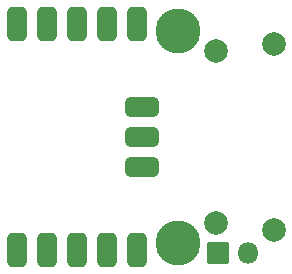
<source format=gbr>
%TF.GenerationSoftware,KiCad,Pcbnew,5.99.0-unknown-8eca23aabe~115~ubuntu20.04.1*%
%TF.CreationDate,2021-02-02T11:51:55+00:00*%
%TF.ProjectId,dvi-sock,6476692d-736f-4636-9b2e-6b696361645f,rev?*%
%TF.SameCoordinates,Original*%
%TF.FileFunction,Soldermask,Bot*%
%TF.FilePolarity,Negative*%
%FSLAX46Y46*%
G04 Gerber Fmt 4.6, Leading zero omitted, Abs format (unit mm)*
G04 Created by KiCad (PCBNEW 5.99.0-unknown-8eca23aabe~115~ubuntu20.04.1) date 2021-02-02 11:51:55*
%MOMM*%
%LPD*%
G01*
G04 APERTURE LIST*
G04 Aperture macros list*
%AMRoundRect*
0 Rectangle with rounded corners*
0 $1 Rounding radius*
0 $2 $3 $4 $5 $6 $7 $8 $9 X,Y pos of 4 corners*
0 Add a 4 corners polygon primitive as box body*
4,1,4,$2,$3,$4,$5,$6,$7,$8,$9,$2,$3,0*
0 Add four circle primitives for the rounded corners*
1,1,$1+$1,$2,$3*
1,1,$1+$1,$4,$5*
1,1,$1+$1,$6,$7*
1,1,$1+$1,$8,$9*
0 Add four rect primitives between the rounded corners*
20,1,$1+$1,$2,$3,$4,$5,0*
20,1,$1+$1,$4,$5,$6,$7,0*
20,1,$1+$1,$6,$7,$8,$9,0*
20,1,$1+$1,$8,$9,$2,$3,0*%
G04 Aperture macros list end*
%ADD10C,3.800000*%
%ADD11RoundRect,0.050000X0.850000X-0.850000X0.850000X0.850000X-0.850000X0.850000X-0.850000X-0.850000X0*%
%ADD12O,1.800000X1.800000*%
%ADD13C,0.700000*%
%ADD14RoundRect,0.406000X-0.406000X-1.044000X0.406000X-1.044000X0.406000X1.044000X-0.406000X1.044000X0*%
%ADD15RoundRect,0.406000X0.406000X1.044000X-0.406000X1.044000X-0.406000X-1.044000X0.406000X-1.044000X0*%
%ADD16RoundRect,0.406000X1.044000X-0.406000X1.044000X0.406000X-1.044000X0.406000X-1.044000X-0.406000X0*%
%ADD17C,2.000000*%
G04 APERTURE END LIST*
D10*
%TO.C,REF\u002A\u002A*%
X156500000Y-94000000D03*
%TD*%
D11*
%TO.C,J5*%
X159900000Y-94800000D03*
D12*
X162440000Y-94800000D03*
%TD*%
D10*
%TO.C,REF\u002A\u002A*%
X156500000Y-76000000D03*
%TD*%
D13*
%TO.C,J1*%
X142840000Y-95500000D03*
D14*
X142840000Y-94600000D03*
X145380000Y-94600000D03*
D13*
X145380000Y-95500000D03*
X147920000Y-95500000D03*
D14*
X147920000Y-94600000D03*
X150460000Y-94600000D03*
D13*
X150460000Y-95500000D03*
X153000000Y-95500000D03*
D14*
X153000000Y-94600000D03*
%TD*%
D13*
%TO.C,J2*%
X153000000Y-74500000D03*
D15*
X153000000Y-75400000D03*
X150460000Y-75400000D03*
D13*
X150460000Y-74500000D03*
X147920000Y-74500000D03*
D15*
X147920000Y-75400000D03*
D13*
X145380000Y-74500000D03*
D15*
X145380000Y-75400000D03*
X142840000Y-75400000D03*
D13*
X142840000Y-74500000D03*
%TD*%
%TO.C,J3*%
X154400000Y-87540000D03*
D16*
X153500000Y-87540000D03*
D13*
X154400000Y-85000000D03*
D16*
X153500000Y-85000000D03*
D13*
X154400000Y-82460000D03*
D16*
X153500000Y-82460000D03*
%TD*%
D17*
%TO.C,J4*%
X164600000Y-77150000D03*
X159700000Y-77750000D03*
X159700000Y-92250000D03*
X164600000Y-92850000D03*
%TD*%
M02*

</source>
